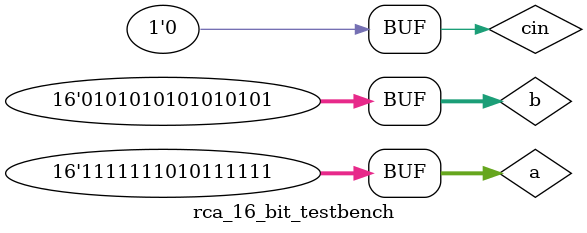
<source format=v>
`timescale 1ns / 1ps


module rca_16_bit_testbench;

	// Inputs
	reg [15:0] a;
	reg [15:0] b;
	reg cin;

	// Outputs
	wire cout;
	wire [15:0] sum;

	// Instantiate the Unit Under Test (UUT)
	rca_16_bit uut (
		.a(a), 
		.b(b), 
		.cin(cin), 
		.cout(cout), 
		.sum(sum)
	);

	initial begin
		// Initialize Inputs
		a = 16'b1111111010111111;
		b = 16'b0101010101010101;
		cin = 0;

		// Wait 100 ns for global reset to finish
		#100;
        
		// Add stimulus here

	end
      
endmodule


</source>
